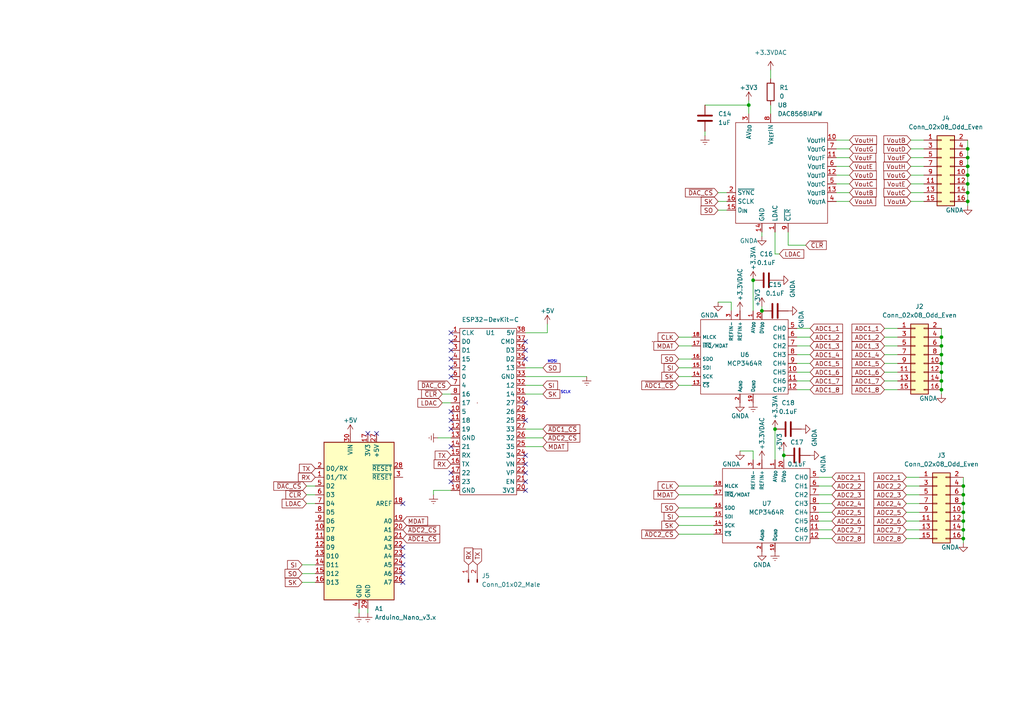
<source format=kicad_sch>
(kicad_sch (version 20211123) (generator eeschema)
  (paper "A4")
  (lib_symbols
    (symbol "Connector:Conn_01x02_Male" (pin_names (offset 1.016) hide)
      (property "Reference" "J" (at 0 2.54 0))
      (property "Value" "Conn_01x02_Male" (at 0 -5.08 0))
      (symbol "Conn_01x02_Male_1_1"
        (polyline (pts (xy 1.27 -2.54) (xy 0.8636 -2.54)) (stroke (width 0.1524)))
        (polyline (pts (xy 1.27 0) (xy 0.8636 0)) (stroke (width 0.1524)))
        (rectangle (start 0.8636 -2.413) (end 0 -2.667) (stroke (width 0.1524)) (fill (type outline)))
        (rectangle (start 0.8636 0.127) (end 0 -0.127) (stroke (width 0.1524)) (fill (type outline)))
        (pin passive line (at 5.08 0 180) (length 3.81) (name "Pin_1") (number "1"))
        (pin passive line (at 5.08 -2.54 180) (length 3.81) (name "Pin_2") (number "2"))
      )
    )
    (symbol "Connector_Generic:Conn_02x08_Odd_Even" (pin_names (offset 1.016) hide)
      (property "Reference" "J" (at 1.27 10.16 0))
      (property "Value" "Conn_02x08_Odd_Even" (at 1.27 -12.7 0))
      (symbol "Conn_02x08_Odd_Even_1_1"
        (rectangle (start -1.27 -10.033) (end 0 -10.287) (stroke (width 0.1524)))
        (rectangle (start -1.27 -7.493) (end 0 -7.747) (stroke (width 0.1524)))
        (rectangle (start -1.27 -4.953) (end 0 -5.207) (stroke (width 0.1524)))
        (rectangle (start -1.27 -2.413) (end 0 -2.667) (stroke (width 0.1524)))
        (rectangle (start -1.27 0.127) (end 0 -0.127) (stroke (width 0.1524)))
        (rectangle (start -1.27 2.667) (end 0 2.413) (stroke (width 0.1524)))
        (rectangle (start -1.27 5.207) (end 0 4.953) (stroke (width 0.1524)))
        (rectangle (start -1.27 7.747) (end 0 7.493) (stroke (width 0.1524)))
        (rectangle (start -1.27 8.89) (end 3.81 -11.43) (stroke (width 0.254)) (fill (type background)))
        (rectangle (start 3.81 -10.033) (end 2.54 -10.287) (stroke (width 0.1524)))
        (rectangle (start 3.81 -7.493) (end 2.54 -7.747) (stroke (width 0.1524)))
        (rectangle (start 3.81 -4.953) (end 2.54 -5.207) (stroke (width 0.1524)))
        (rectangle (start 3.81 -2.413) (end 2.54 -2.667) (stroke (width 0.1524)))
        (rectangle (start 3.81 0.127) (end 2.54 -0.127) (stroke (width 0.1524)))
        (rectangle (start 3.81 2.667) (end 2.54 2.413) (stroke (width 0.1524)))
        (rectangle (start 3.81 5.207) (end 2.54 4.953) (stroke (width 0.1524)))
        (rectangle (start 3.81 7.747) (end 2.54 7.493) (stroke (width 0.1524)))
        (pin passive line (at -5.08 7.62 0) (length 3.81) (name "Pin_1") (number "1"))
        (pin passive line (at 7.62 -2.54 180) (length 3.81) (name "Pin_10") (number "10"))
        (pin passive line (at -5.08 -5.08 0) (length 3.81) (name "Pin_11") (number "11"))
        (pin passive line (at 7.62 -5.08 180) (length 3.81) (name "Pin_12") (number "12"))
        (pin passive line (at -5.08 -7.62 0) (length 3.81) (name "Pin_13") (number "13"))
        (pin passive line (at 7.62 -7.62 180) (length 3.81) (name "Pin_14") (number "14"))
        (pin passive line (at -5.08 -10.16 0) (length 3.81) (name "Pin_15") (number "15"))
        (pin passive line (at 7.62 -10.16 180) (length 3.81) (name "Pin_16") (number "16"))
        (pin passive line (at 7.62 7.62 180) (length 3.81) (name "Pin_2") (number "2"))
        (pin passive line (at -5.08 5.08 0) (length 3.81) (name "Pin_3") (number "3"))
        (pin passive line (at 7.62 5.08 180) (length 3.81) (name "Pin_4") (number "4"))
        (pin passive line (at -5.08 2.54 0) (length 3.81) (name "Pin_5") (number "5"))
        (pin passive line (at 7.62 2.54 180) (length 3.81) (name "Pin_6") (number "6"))
        (pin passive line (at -5.08 0 0) (length 3.81) (name "Pin_7") (number "7"))
        (pin passive line (at 7.62 0 180) (length 3.81) (name "Pin_8") (number "8"))
        (pin passive line (at -5.08 -2.54 0) (length 3.81) (name "Pin_9") (number "9"))
      )
    )
    (symbol "Device:C" (pin_numbers hide) (pin_names (offset 0.254))
      (property "Reference" "C" (at 0.635 2.54 0))
      (property "Value" "C" (at 0.635 -2.54 0))
      (symbol "C_0_1"
        (polyline (pts (xy -2.032 -0.762) (xy 2.032 -0.762)) (stroke (width 0.508)))
        (polyline (pts (xy -2.032 0.762) (xy 2.032 0.762)) (stroke (width 0.508)))
      )
      (symbol "C_1_1"
        (pin passive line (at 0 3.81 270) (length 2.794) (name "~") (number "1"))
        (pin passive line (at 0 -3.81 90) (length 2.794) (name "~") (number "2"))
      )
    )
    (symbol "Device:R" (pin_numbers hide) (pin_names (offset 0))
      (property "Reference" "R" (at 2.032 0 90))
      (property "Value" "R" (at 0 0 90))
      (symbol "R_0_1"
        (rectangle (start -1.016 -2.54) (end 1.016 2.54) (stroke (width 0.254)))
      )
      (symbol "R_1_1"
        (pin passive line (at 0 3.81 270) (length 1.27) (name "~") (number "1"))
        (pin passive line (at 0 -3.81 90) (length 1.27) (name "~") (number "2"))
      )
    )
    (symbol "MCU_Module:Arduino_Nano_v3.x"
      (property "Reference" "A" (at -10.16 23.495 0))
      (property "Value" "Arduino_Nano_v3.x" (at 5.08 -24.13 0))
      (symbol "Arduino_Nano_v3.x_0_1"
        (rectangle (start -10.16 22.86) (end 10.16 -22.86) (stroke (width 0.254)) (fill (type background)))
      )
      (symbol "Arduino_Nano_v3.x_1_1"
        (pin bidirectional line (at -12.7 12.7 0) (length 2.54) (name "D1/TX") (number "1"))
        (pin bidirectional line (at -12.7 -2.54 0) (length 2.54) (name "D7") (number "10"))
        (pin bidirectional line (at -12.7 -5.08 0) (length 2.54) (name "D8") (number "11"))
        (pin bidirectional line (at -12.7 -7.62 0) (length 2.54) (name "D9") (number "12"))
        (pin bidirectional line (at -12.7 -10.16 0) (length 2.54) (name "D10") (number "13"))
        (pin bidirectional line (at -12.7 -12.7 0) (length 2.54) (name "D11") (number "14"))
        (pin bidirectional line (at -12.7 -15.24 0) (length 2.54) (name "D12") (number "15"))
        (pin bidirectional line (at -12.7 -17.78 0) (length 2.54) (name "D13") (number "16"))
        (pin power_out line (at 2.54 25.4 270) (length 2.54) (name "3V3") (number "17"))
        (pin input line (at 12.7 5.08 180) (length 2.54) (name "AREF") (number "18"))
        (pin bidirectional line (at 12.7 0 180) (length 2.54) (name "A0") (number "19"))
        (pin bidirectional line (at -12.7 15.24 0) (length 2.54) (name "D0/RX") (number "2"))
        (pin bidirectional line (at 12.7 -2.54 180) (length 2.54) (name "A1") (number "20"))
        (pin bidirectional line (at 12.7 -5.08 180) (length 2.54) (name "A2") (number "21"))
        (pin bidirectional line (at 12.7 -7.62 180) (length 2.54) (name "A3") (number "22"))
        (pin bidirectional line (at 12.7 -10.16 180) (length 2.54) (name "A4") (number "23"))
        (pin bidirectional line (at 12.7 -12.7 180) (length 2.54) (name "A5") (number "24"))
        (pin bidirectional line (at 12.7 -15.24 180) (length 2.54) (name "A6") (number "25"))
        (pin bidirectional line (at 12.7 -17.78 180) (length 2.54) (name "A7") (number "26"))
        (pin power_out line (at 5.08 25.4 270) (length 2.54) (name "+5V") (number "27"))
        (pin input line (at 12.7 15.24 180) (length 2.54) (name "~{RESET}") (number "28"))
        (pin power_in line (at 2.54 -25.4 90) (length 2.54) (name "GND") (number "29"))
        (pin input line (at 12.7 12.7 180) (length 2.54) (name "~{RESET}") (number "3"))
        (pin power_in line (at -2.54 25.4 270) (length 2.54) (name "VIN") (number "30"))
        (pin power_in line (at 0 -25.4 90) (length 2.54) (name "GND") (number "4"))
        (pin bidirectional line (at -12.7 10.16 0) (length 2.54) (name "D2") (number "5"))
        (pin bidirectional line (at -12.7 7.62 0) (length 2.54) (name "D3") (number "6"))
        (pin bidirectional line (at -12.7 5.08 0) (length 2.54) (name "D4") (number "7"))
        (pin bidirectional line (at -12.7 2.54 0) (length 2.54) (name "D5") (number "8"))
        (pin bidirectional line (at -12.7 0 0) (length 2.54) (name "D6") (number "9"))
      )
    )
    (symbol "design:DAC8568IAPW"
      (property "Reference" "U?" (at 2.54 16.51 0))
      (property "Value" "DAC8568IAPW" (at -2.54 3.81 0))
      (symbol "DAC8568IAPW_0_1"
        (rectangle (start -12.7 15.24) (end 13.97 -13.97))
      )
      (symbol "DAC8568IAPW_1_1"
        (pin input line (at -1.27 -16.51 90) (length 2.54) (name "LDAC") (number "1"))
        (pin output line (at 16.51 10.16 180) (length 2.54) (name "V_{OUT}H") (number "10"))
        (pin output line (at 16.51 5.08 180) (length 2.54) (name "V_{OUT}F") (number "11"))
        (pin output line (at 16.51 0 180) (length 2.54) (name "V_{OUT}D") (number "12"))
        (pin output line (at 16.51 -5.08 180) (length 2.54) (name "V_{OUT}B") (number "13"))
        (pin input line (at -5.08 -16.51 90) (length 2.54) (name "GND") (number "14"))
        (pin input line (at -15.24 -10.16 0) (length 2.54) (name "D_{IN}") (number "15"))
        (pin input line (at -15.24 -7.62 0) (length 2.54) (name "SCLK") (number "16"))
        (pin input line (at -15.24 -5.08 0) (length 2.54) (name "~{SYNC}") (number "2"))
        (pin input line (at -8.89 17.78 270) (length 2.54) (name "AV_{DD}") (number "3"))
        (pin output line (at 16.51 -7.62 180) (length 2.54) (name "V_{OUT}A") (number "4"))
        (pin output line (at 16.51 -2.54 180) (length 2.54) (name "V_{OUT}C") (number "5"))
        (pin output line (at 16.51 2.54 180) (length 2.54) (name "V_{OUT}E") (number "6"))
        (pin output line (at 16.51 7.62 180) (length 2.54) (name "V_{OUT}G") (number "7"))
        (pin input line (at -2.54 17.78 270) (length 2.54) (name "V_{REF}IN") (number "8"))
        (pin input line (at 2.54 -16.51 90) (length 2.54) (name "~{CLR}") (number "9"))
      )
    )
    (symbol "design:ESP32-DevKit-C"
      (property "Reference" "U?" (at -3.81 27.94 0))
      (property "Value" "ESP32-DevKit-C" (at -3.81 12.7 90))
      (symbol "ESP32-DevKit-C_0_1"
        (rectangle (start -12.7 16.51) (end -12.7 16.51))
        (rectangle (start -12.7 16.51) (end -12.7 16.51))
        (rectangle (start -12.7 16.51) (end -12.7 16.51))
        (rectangle (start -12.7 16.51) (end -12.7 16.51))
        (rectangle (start -12.7 16.51) (end -12.7 16.51))
        (rectangle (start -12.7 16.51) (end -12.7 16.51))
        (rectangle (start -12.7 16.51) (end -12.7 16.51))
        (rectangle (start -12.7 16.51) (end -12.7 16.51))
        (arc (start -12.7 16.51) (mid -12.7 16.51) (end -12.7 16.51))
        (rectangle (start -11.43 26.67) (end 5.08 -21.59))
        (rectangle (start -6.35 5.08) (end -6.35 5.08))
        (rectangle (start -6.35 5.08) (end -6.35 5.08))
        (rectangle (start -6.35 5.08) (end -6.35 5.08))
        (rectangle (start -6.35 5.08) (end -6.35 5.08))
        (rectangle (start -6.35 5.08) (end -6.35 5.08))
        (rectangle (start -6.35 5.08) (end -6.35 5.08))
        (rectangle (start -6.35 5.08) (end -6.35 5.08))
        (rectangle (start -6.35 5.08) (end -6.35 5.08))
        (rectangle (start -6.35 5.08) (end -6.35 5.08))
        (polyline (pts (xy -12.7 16.51) (xy -12.7 16.51)))
        (rectangle (start 44.45 22.86) (end 44.45 22.86))
        (rectangle (start 44.45 22.86) (end 44.45 22.86))
        (rectangle (start 44.45 22.86) (end 44.45 22.86))
        (rectangle (start 44.45 22.86) (end 44.45 22.86))
        (rectangle (start 44.45 22.86) (end 44.45 22.86))
      )
      (symbol "ESP32-DevKit-C_1_1"
        (pin input line (at -13.97 25.4 0) (length 2.54) (name "CLK") (number "1"))
        (pin input line (at -13.97 2.54 0) (length 2.54) (name "5") (number "10"))
        (pin input line (at -13.97 0 0) (length 2.54) (name "18") (number "11"))
        (pin input line (at -13.97 -2.54 0) (length 2.54) (name "19") (number "12"))
        (pin input line (at -13.97 -5.08 0) (length 2.54) (name "GND") (number "13"))
        (pin input line (at -13.97 -7.62 0) (length 2.54) (name "21") (number "14"))
        (pin input line (at -13.97 -10.16 0) (length 2.54) (name "RX") (number "15"))
        (pin input line (at -13.97 -12.7 0) (length 2.54) (name "TX") (number "16"))
        (pin input line (at -13.97 -15.24 0) (length 2.54) (name "22") (number "17"))
        (pin input line (at -13.97 -17.78 0) (length 2.54) (name "23") (number "18"))
        (pin input line (at -13.97 -20.32 0) (length 2.54) (name "GND") (number "19"))
        (pin input line (at -13.97 22.86 0) (length 2.54) (name "D0") (number "2"))
        (pin input line (at 7.62 -20.32 180) (length 2.54) (name "3V3") (number "20"))
        (pin input line (at 7.62 -17.78 180) (length 2.54) (name "EN") (number "21"))
        (pin input line (at 7.62 -15.24 180) (length 2.54) (name "VP") (number "22"))
        (pin input line (at 7.62 -12.7 180) (length 2.54) (name "VN") (number "23"))
        (pin input line (at 7.62 -10.16 180) (length 2.54) (name "34") (number "24"))
        (pin input line (at 7.62 -7.62 180) (length 2.54) (name "35") (number "25"))
        (pin input line (at 7.62 -5.08 180) (length 2.54) (name "32") (number "26"))
        (pin input line (at 7.62 -2.54 180) (length 2.54) (name "33") (number "27"))
        (pin input line (at 7.62 0 180) (length 2.54) (name "25") (number "28"))
        (pin input line (at 7.62 2.54 180) (length 2.54) (name "26") (number "29"))
        (pin input line (at -13.97 20.32 0) (length 2.54) (name "D1") (number "3"))
        (pin input line (at 7.62 5.08 180) (length 2.54) (name "27") (number "30"))
        (pin input line (at 7.62 7.62 180) (length 2.54) (name "14") (number "31"))
        (pin input line (at 7.62 10.16 180) (length 2.54) (name "12") (number "32"))
        (pin input line (at 7.62 12.7 180) (length 2.54) (name "GND") (number "33"))
        (pin input line (at 7.62 15.24 180) (length 2.54) (name "13") (number "34"))
        (pin input line (at 7.62 17.78 180) (length 2.54) (name "D2") (number "35"))
        (pin input line (at 7.62 20.32 180) (length 2.54) (name "D3") (number "36"))
        (pin input line (at 7.62 22.86 180) (length 2.54) (name "CMD") (number "37"))
        (pin input line (at 7.62 25.4 180) (length 2.54) (name "5V") (number "38"))
        (pin input line (at -13.97 17.78 0) (length 2.54) (name "15") (number "4"))
        (pin input line (at -13.97 15.24 0) (length 2.54) (name "2") (number "5"))
        (pin input line (at -13.97 12.7 0) (length 2.54) (name "0") (number "6"))
        (pin input line (at -13.97 10.16 0) (length 2.54) (name "4") (number "7"))
        (pin input line (at -13.97 7.62 0) (length 2.54) (name "16") (number "8"))
        (pin input line (at -13.97 5.08 0) (length 2.54) (name "17") (number "9"))
      )
    )
    (symbol "design:MCP3464R"
      (property "Reference" "U?" (at 0 -1.27 0))
      (property "Value" "MCP3464R" (at 0 1.27 0))
      (symbol "MCP3464R_0_1"
        (rectangle (start -12.7 11.43) (end 12.7 -10.16))
      )
      (symbol "MCP3464R_1_1"
        (pin input line (at 2.54 13.97 270) (length 2.54) (name "AV_{DD}") (number "1"))
        (pin input line (at 15.24 -3.81 180) (length 2.54) (name "CH5") (number "10"))
        (pin input line (at 15.24 -6.35 180) (length 2.54) (name "CH6") (number "11"))
        (pin input line (at 15.24 -8.89 180) (length 2.54) (name "CH7") (number "12"))
        (pin input line (at -15.24 -7.62 0) (length 2.54) (name "~{CS}") (number "13"))
        (pin input line (at -15.24 -5.08 0) (length 2.54) (name "SCK") (number "14"))
        (pin input line (at -15.24 -2.54 0) (length 2.54) (name "SDI") (number "15"))
        (pin input line (at -15.24 0 0) (length 2.54) (name "SDO") (number "16"))
        (pin input line (at -15.24 3.81 0) (length 2.54) (name "~{IRQ}/MDAT") (number "17"))
        (pin input line (at -15.24 6.35 0) (length 2.54) (name "MLCK") (number "18"))
        (pin input line (at 2.54 -12.7 90) (length 2.54) (name "D_{GND}") (number "19"))
        (pin input line (at -1.27 -12.7 90) (length 2.54) (name "A_{GND}") (number "2"))
        (pin input line (at 5.08 13.97 270) (length 2.54) (name "DV_{DD}") (number "20"))
        (pin input line (at -3.81 13.97 270) (length 2.54) (name "REFIN-") (number "3"))
        (pin input line (at -1.27 13.97 270) (length 2.54) (name "REFIN+") (number "4"))
        (pin input line (at 15.24 8.89 180) (length 2.54) (name "CH0") (number "5"))
        (pin input line (at 15.24 6.35 180) (length 2.54) (name "CH1") (number "6"))
        (pin input line (at 15.24 3.81 180) (length 2.54) (name "CH2") (number "7"))
        (pin input line (at 15.24 1.27 180) (length 2.54) (name "CH3") (number "8"))
        (pin input line (at 15.24 -1.27 180) (length 2.54) (name "CH4") (number "9"))
      )
    )
    (symbol "power:+3.3V" (power) (pin_names (offset 0))
      (property "Value" "+3.3V" (at 0 3.556 0))
      (symbol "+3.3V_0_1"
        (polyline (pts (xy -0.762 1.27) (xy 0 2.54)))
        (polyline (pts (xy 0 0) (xy 0 2.54)))
        (polyline (pts (xy 0 2.54) (xy 0.762 1.27)))
      )
      (symbol "+3.3V_1_1"
        (pin power_in line (at 0 0 90) (length 0) hide (name "+3V3") (number "1"))
      )
    )
    (symbol "power:+3.3VA" (power) (pin_names (offset 0))
      (property "Value" "+3.3VA" (at 0 3.556 0))
      (symbol "+3.3VA_0_1"
        (polyline (pts (xy -0.762 1.27) (xy 0 2.54)))
        (polyline (pts (xy 0 0) (xy 0 2.54)))
        (polyline (pts (xy 0 2.54) (xy 0.762 1.27)))
      )
      (symbol "+3.3VA_1_1"
        (pin power_in line (at 0 0 90) (length 0) hide (name "+3.3VA") (number "1"))
      )
    )
    (symbol "power:+3.3VDAC" (power) (pin_names (offset 0))
      (property "Value" "+3.3VDAC" (at 0 2.54 0))
      (symbol "+3.3VDAC_0_0"
        (pin power_in line (at 0 0 90) (length 0) hide (name "+3.3VDAC") (number "1"))
      )
      (symbol "+3.3VDAC_0_1"
        (polyline (pts (xy -0.762 1.27) (xy 0 2.54)))
        (polyline (pts (xy 0 0) (xy 0 2.54)))
        (polyline (pts (xy 0 2.54) (xy 0.762 1.27)))
      )
    )
    (symbol "power:+5V" (power) (pin_names (offset 0))
      (property "Value" "+5V" (at 0 3.556 0))
      (symbol "+5V_0_1"
        (polyline (pts (xy -0.762 1.27) (xy 0 2.54)))
        (polyline (pts (xy 0 0) (xy 0 2.54)))
        (polyline (pts (xy 0 2.54) (xy 0.762 1.27)))
      )
      (symbol "+5V_1_1"
        (pin power_in line (at 0 0 90) (length 0) hide (name "+5V") (number "1"))
      )
    )
    (symbol "power:Earth" (power) (pin_names (offset 0))
      (symbol "Earth_0_1"
        (polyline (pts (xy -0.635 -1.905) (xy 0.635 -1.905)))
        (polyline (pts (xy -0.127 -2.54) (xy 0.127 -2.54)))
        (polyline (pts (xy 0 -1.27) (xy 0 0)))
        (polyline (pts (xy 1.27 -1.27) (xy -1.27 -1.27)))
      )
      (symbol "Earth_1_1"
        (pin power_in line (at 0 0 270) (length 0) hide (name "Earth") (number "1"))
      )
    )
    (symbol "power:GNDA" (power) (pin_names (offset 0))
      (property "Value" "GNDA" (at 0 -3.81 0))
      (symbol "GNDA_0_1"
        (polyline (pts (xy 0 0) (xy 0 -1.27) (xy 1.27 -1.27) (xy 0 -2.54) (xy -1.27 -1.27) (xy 0 -1.27)))
      )
      (symbol "GNDA_1_1"
        (pin power_in line (at 0 0 270) (length 0) hide (name "GNDA") (number "1"))
      )
    )
  )
  (junction (at 227.33 132.08))
  (junction (at 224.79 124.46))
  (junction (at 280.67 55.88))
  (junction (at 280.67 43.18))
  (junction (at 279.4 146.05))
  (junction (at 217.17 30.48))
  (junction (at 280.67 50.8))
  (junction (at 280.67 48.26))
  (junction (at 273.05 97.79))
  (junction (at 279.4 151.13))
  (junction (at 279.4 140.97))
  (junction (at 280.67 53.34))
  (junction (at 273.05 100.33))
  (junction (at 279.4 156.21))
  (junction (at 273.05 107.95))
  (junction (at 220.98 90.17))
  (junction (at 279.4 153.67))
  (junction (at 273.05 113.03))
  (junction (at 273.05 110.49))
  (junction (at 280.67 58.42))
  (junction (at 273.05 105.41))
  (junction (at 280.67 45.72))
  (junction (at 273.05 102.87))
  (junction (at 279.4 143.51))
  (junction (at 218.44 81.28))
  (junction (at 279.4 148.59))
  (no_connect (at 116.84 146.05))
  (no_connect (at 109.22 125.73))
  (no_connect (at 106.68 125.73))
  (no_connect (at 116.84 158.75))
  (no_connect (at 130.81 96.52))
  (no_connect (at 130.81 101.6))
  (no_connect (at 130.81 137.16))
  (no_connect (at 130.81 139.7))
  (no_connect (at 152.4 139.7))
  (no_connect (at 152.4 137.16))
  (no_connect (at 130.81 124.46))
  (no_connect (at 130.81 119.38))
  (no_connect (at 130.81 129.54))
  (no_connect (at 130.81 121.92))
  (no_connect (at 130.81 106.68))
  (no_connect (at 130.81 109.22))
  (no_connect (at 130.81 99.06))
  (no_connect (at 130.81 104.14))
  (no_connect (at 116.84 161.29))
  (no_connect (at 116.84 166.37))
  (no_connect (at 152.4 99.06))
  (no_connect (at 152.4 101.6))
  (no_connect (at 152.4 104.14))
  (no_connect (at 116.84 168.91))
  (no_connect (at 152.4 132.08))
  (no_connect (at 152.4 134.62))
  (no_connect (at 152.4 121.92))
  (no_connect (at 152.4 142.24))
  (no_connect (at 152.4 116.84))
  (no_connect (at 116.84 163.83))
  (wire (pts (xy 260.35 95.25) (xy 256.54 95.25)))
  (wire (pts (xy 280.67 58.42) (xy 280.67 59.69)))
  (wire (pts (xy 223.52 30.48) (xy 223.52 33.02)))
  (wire (pts (xy 196.85 149.86) (xy 207.01 149.86)))
  (wire (pts (xy 125.73 142.24) (xy 125.73 143.51)))
  (wire (pts (xy 231.14 100.33) (xy 234.95 100.33)))
  (wire (pts (xy 273.05 113.03) (xy 273.05 114.3)))
  (wire (pts (xy 231.14 113.03) (xy 234.95 113.03)))
  (wire (pts (xy 237.49 151.13) (xy 241.3 151.13)))
  (wire (pts (xy 266.7 140.97) (xy 262.89 140.97)))
  (wire (pts (xy 266.7 156.21) (xy 262.89 156.21)))
  (wire (pts (xy 242.57 40.64) (xy 246.38 40.64)))
  (wire (pts (xy 212.09 90.17) (xy 212.09 87.63)))
  (wire (pts (xy 237.49 146.05) (xy 241.3 146.05)))
  (wire (pts (xy 266.7 148.59) (xy 262.89 148.59)))
  (wire (pts (xy 104.14 176.53) (xy 104.14 177.8)))
  (wire (pts (xy 273.05 97.79) (xy 273.05 100.33)))
  (wire (pts (xy 267.97 53.34) (xy 264.16 53.34)))
  (wire (pts (xy 260.35 97.79) (xy 256.54 97.79)))
  (wire (pts (xy 266.7 143.51) (xy 262.89 143.51)))
  (wire (pts (xy 273.05 105.41) (xy 273.05 107.95)))
  (wire (pts (xy 158.75 96.52) (xy 158.75 93.98)))
  (wire (pts (xy 196.85 97.79) (xy 200.66 97.79)))
  (wire (pts (xy 242.57 43.18) (xy 246.38 43.18)))
  (wire (pts (xy 273.05 100.33) (xy 273.05 102.87)))
  (wire (pts (xy 231.14 95.25) (xy 234.95 95.25)))
  (wire (pts (xy 279.4 138.43) (xy 279.4 140.97)))
  (wire (pts (xy 152.4 129.54) (xy 157.48 129.54)))
  (wire (pts (xy 266.7 146.05) (xy 262.89 146.05)))
  (wire (pts (xy 204.47 38.1) (xy 204.47 39.37)))
  (wire (pts (xy 280.67 40.64) (xy 280.67 43.18)))
  (wire (pts (xy 273.05 102.87) (xy 273.05 105.41)))
  (wire (pts (xy 279.4 153.67) (xy 279.4 156.21)))
  (wire (pts (xy 267.97 43.18) (xy 264.16 43.18)))
  (wire (pts (xy 260.35 100.33) (xy 256.54 100.33)))
  (wire (pts (xy 267.97 40.64) (xy 264.16 40.64)))
  (wire (pts (xy 208.28 87.63) (xy 212.09 87.63)))
  (wire (pts (xy 260.35 113.03) (xy 256.54 113.03)))
  (wire (pts (xy 227.33 132.08) (xy 227.33 133.35)))
  (wire (pts (xy 280.67 55.88) (xy 280.67 58.42)))
  (wire (pts (xy 152.4 124.46) (xy 157.48 124.46)))
  (wire (pts (xy 130.81 142.24) (xy 125.73 142.24)))
  (wire (pts (xy 266.7 153.67) (xy 262.89 153.67)))
  (wire (pts (xy 260.35 107.95) (xy 256.54 107.95)))
  (wire (pts (xy 128.27 114.3) (xy 130.81 114.3)))
  (wire (pts (xy 196.85 104.14) (xy 200.66 104.14)))
  (wire (pts (xy 280.67 53.34) (xy 280.67 55.88)))
  (wire (pts (xy 223.52 20.32) (xy 223.52 22.86)))
  (wire (pts (xy 128.27 116.84) (xy 130.81 116.84)))
  (wire (pts (xy 196.85 100.33) (xy 200.66 100.33)))
  (wire (pts (xy 267.97 50.8) (xy 264.16 50.8)))
  (wire (pts (xy 237.49 156.21) (xy 241.3 156.21)))
  (wire (pts (xy 237.49 153.67) (xy 241.3 153.67)))
  (wire (pts (xy 220.98 88.9) (xy 220.98 90.17)))
  (wire (pts (xy 279.4 151.13) (xy 279.4 153.67)))
  (wire (pts (xy 217.17 30.48) (xy 217.17 33.02)))
  (wire (pts (xy 196.85 152.4) (xy 207.01 152.4)))
  (wire (pts (xy 267.97 48.26) (xy 264.16 48.26)))
  (wire (pts (xy 279.4 146.05) (xy 279.4 148.59)))
  (wire (pts (xy 231.14 110.49) (xy 234.95 110.49)))
  (wire (pts (xy 152.4 109.22) (xy 170.18 109.22)))
  (wire (pts (xy 106.68 176.53) (xy 106.68 177.8)))
  (wire (pts (xy 196.85 147.32) (xy 207.01 147.32)))
  (wire (pts (xy 227.33 130.81) (xy 227.33 132.08)))
  (wire (pts (xy 88.9 146.05) (xy 91.44 146.05)))
  (wire (pts (xy 242.57 50.8) (xy 246.38 50.8)))
  (wire (pts (xy 242.57 53.34) (xy 246.38 53.34)))
  (wire (pts (xy 228.6 71.12) (xy 228.6 67.31)))
  (wire (pts (xy 237.49 148.59) (xy 241.3 148.59)))
  (wire (pts (xy 260.35 110.49) (xy 256.54 110.49)))
  (wire (pts (xy 208.28 58.42) (xy 210.82 58.42)))
  (wire (pts (xy 218.44 81.28) (xy 218.44 90.17)))
  (wire (pts (xy 231.14 107.95) (xy 234.95 107.95)))
  (wire (pts (xy 280.67 50.8) (xy 280.67 53.34)))
  (wire (pts (xy 204.47 30.48) (xy 217.17 30.48)))
  (wire (pts (xy 280.67 48.26) (xy 280.67 50.8)))
  (wire (pts (xy 231.14 102.87) (xy 234.95 102.87)))
  (wire (pts (xy 267.97 55.88) (xy 264.16 55.88)))
  (wire (pts (xy 87.63 163.83) (xy 91.44 163.83)))
  (wire (pts (xy 233.68 71.12) (xy 228.6 71.12)))
  (wire (pts (xy 217.17 29.21) (xy 217.17 30.48)))
  (wire (pts (xy 242.57 45.72) (xy 246.38 45.72)))
  (wire (pts (xy 231.14 97.79) (xy 234.95 97.79)))
  (wire (pts (xy 214.63 130.81) (xy 218.44 130.81)))
  (wire (pts (xy 152.4 106.68) (xy 157.48 106.68)))
  (wire (pts (xy 152.4 114.3) (xy 157.48 114.3)))
  (wire (pts (xy 280.67 43.18) (xy 280.67 45.72)))
  (wire (pts (xy 260.35 105.41) (xy 256.54 105.41)))
  (wire (pts (xy 242.57 58.42) (xy 246.38 58.42)))
  (wire (pts (xy 237.49 143.51) (xy 241.3 143.51)))
  (wire (pts (xy 279.4 148.59) (xy 279.4 151.13)))
  (wire (pts (xy 87.63 166.37) (xy 91.44 166.37)))
  (wire (pts (xy 127 127) (xy 130.81 127)))
  (wire (pts (xy 279.4 156.21) (xy 279.4 157.48)))
  (wire (pts (xy 208.28 55.88) (xy 210.82 55.88)))
  (wire (pts (xy 152.4 127) (xy 157.48 127)))
  (wire (pts (xy 279.4 143.51) (xy 279.4 146.05)))
  (wire (pts (xy 152.4 96.52) (xy 158.75 96.52)))
  (wire (pts (xy 273.05 95.25) (xy 273.05 97.79)))
  (wire (pts (xy 196.85 109.22) (xy 200.66 109.22)))
  (wire (pts (xy 267.97 58.42) (xy 264.16 58.42)))
  (wire (pts (xy 87.63 168.91) (xy 91.44 168.91)))
  (wire (pts (xy 237.49 138.43) (xy 241.3 138.43)))
  (wire (pts (xy 208.28 60.96) (xy 210.82 60.96)))
  (wire (pts (xy 273.05 110.49) (xy 273.05 113.03)))
  (wire (pts (xy 196.85 111.76) (xy 200.66 111.76)))
  (wire (pts (xy 220.98 67.31) (xy 220.98 68.58)))
  (wire (pts (xy 196.85 106.68) (xy 200.66 106.68)))
  (wire (pts (xy 242.57 48.26) (xy 246.38 48.26)))
  (wire (pts (xy 267.97 45.72) (xy 264.16 45.72)))
  (wire (pts (xy 279.4 140.97) (xy 279.4 143.51)))
  (wire (pts (xy 280.67 45.72) (xy 280.67 48.26)))
  (wire (pts (xy 196.85 140.97) (xy 207.01 140.97)))
  (wire (pts (xy 218.44 133.35) (xy 218.44 130.81)))
  (wire (pts (xy 266.7 151.13) (xy 262.89 151.13)))
  (wire (pts (xy 224.79 124.46) (xy 224.79 133.35)))
  (wire (pts (xy 224.79 73.66) (xy 226.06 73.66)))
  (wire (pts (xy 237.49 140.97) (xy 241.3 140.97)))
  (wire (pts (xy 152.4 111.76) (xy 157.48 111.76)))
  (wire (pts (xy 242.57 55.88) (xy 246.38 55.88)))
  (wire (pts (xy 273.05 107.95) (xy 273.05 110.49)))
  (wire (pts (xy 196.85 154.94) (xy 207.01 154.94)))
  (wire (pts (xy 231.14 105.41) (xy 234.95 105.41)))
  (wire (pts (xy 88.9 140.97) (xy 91.44 140.97)))
  (wire (pts (xy 266.7 138.43) (xy 262.89 138.43)))
  (wire (pts (xy 196.85 143.51) (xy 207.01 143.51)))
  (wire (pts (xy 224.79 67.31) (xy 224.79 73.66)))
  (wire (pts (xy 260.35 102.87) (xy 256.54 102.87)))
  (wire (pts (xy 88.9 143.51) (xy 91.44 143.51)))
  (text "SCLK" (at 162.56 114.3 0) (effects (font (size 0.762 0.762)) (justify left bottom)))
  (text "MOSI" (at 158.75 105.41 0) (effects (font (size 0.762 0.762)) (justify left bottom)))
  (global_label "SI" (shape input) (at 87.63 163.83 180) (property "Intersheet References" "${INTERSHEET_REFS}" (effects hide)))
  (global_label "ADC2_7" (shape input) (at 241.3 153.67 0) (property "Intersheet References" "${INTERSHEET_REFS}" (effects hide)))
  (global_label "SO" (shape input) (at 208.28 60.96 180) (property "Intersheet References" "${INTERSHEET_REFS}" (effects hide)))
  (global_label "SK" (shape input) (at 196.85 152.4 180) (property "Intersheet References" "${INTERSHEET_REFS}" (effects hide)))
  (global_label "ADC1_2" (shape input) (at 256.54 97.79 180) (property "Intersheet References" "${INTERSHEET_REFS}" (effects hide)))
  (global_label "~{ADC2_CS}" (shape input) (at 157.48 127 0) (property "Intersheet References" "${INTERSHEET_REFS}" (effects hide)))
  (global_label "VoutG" (shape input) (at 264.16 50.8 180) (property "Intersheet References" "${INTERSHEET_REFS}" (effects hide)))
  (global_label "SI" (shape input) (at 196.85 106.68 180) (property "Intersheet References" "${INTERSHEET_REFS}" (effects hide)))
  (global_label "SK" (shape input) (at 208.28 58.42 180) (property "Intersheet References" "${INTERSHEET_REFS}" (effects hide)))
  (global_label "ADC2_1" (shape input) (at 262.89 138.43 180) (property "Intersheet References" "${INTERSHEET_REFS}" (effects hide)))
  (global_label "SK" (shape input) (at 157.48 114.3 0) (property "Intersheet References" "${INTERSHEET_REFS}" (effects hide)))
  (global_label "ADC1_2" (shape input) (at 234.95 97.79 0) (property "Intersheet References" "${INTERSHEET_REFS}" (effects hide)))
  (global_label "VoutH" (shape input) (at 246.38 40.64 0) (property "Intersheet References" "${INTERSHEET_REFS}" (effects hide)))
  (global_label "ADC1_7" (shape input) (at 234.95 110.49 0) (property "Intersheet References" "${INTERSHEET_REFS}" (effects hide)))
  (global_label "~{DAC_CS}" (shape input) (at 208.28 55.88 180) (property "Intersheet References" "${INTERSHEET_REFS}" (effects hide)))
  (global_label "SO" (shape input) (at 196.85 104.14 180) (property "Intersheet References" "${INTERSHEET_REFS}" (effects hide)))
  (global_label "ADC2_3" (shape input) (at 241.3 143.51 0) (property "Intersheet References" "${INTERSHEET_REFS}" (effects hide)))
  (global_label "ADC1_5" (shape input) (at 256.54 105.41 180) (property "Intersheet References" "${INTERSHEET_REFS}" (effects hide)))
  (global_label "~{ADC2_CS}" (shape input) (at 116.84 153.67 0) (property "Intersheet References" "${INTERSHEET_REFS}" (effects hide)))
  (global_label "ADC2_4" (shape input) (at 241.3 146.05 0) (property "Intersheet References" "${INTERSHEET_REFS}" (effects hide)))
  (global_label "ADC2_7" (shape input) (at 262.89 153.67 180) (property "Intersheet References" "${INTERSHEET_REFS}" (effects hide)))
  (global_label "ADC2_6" (shape input) (at 262.89 151.13 180) (property "Intersheet References" "${INTERSHEET_REFS}" (effects hide)))
  (global_label "ADC1_6" (shape input) (at 234.95 107.95 0) (property "Intersheet References" "${INTERSHEET_REFS}" (effects hide)))
  (global_label "CLK" (shape input) (at 196.85 97.79 180) (property "Intersheet References" "${INTERSHEET_REFS}" (effects hide)))
  (global_label "~{DAC_CS}" (shape input) (at 130.81 111.76 180) (property "Intersheet References" "${INTERSHEET_REFS}" (effects hide)))
  (global_label "~{DAC_CS}" (shape input) (at 88.9 140.97 180) (property "Intersheet References" "${INTERSHEET_REFS}" (effects hide)))
  (global_label "ADC1_8" (shape input) (at 234.95 113.03 0) (property "Intersheet References" "${INTERSHEET_REFS}" (effects hide)))
  (global_label "ADC2_2" (shape input) (at 241.3 140.97 0) (property "Intersheet References" "${INTERSHEET_REFS}" (effects hide)))
  (global_label "RX" (shape input) (at 91.44 138.43 180) (property "Intersheet References" "${INTERSHEET_REFS}" (effects hide)))
  (global_label "MDAT" (shape input) (at 157.48 129.54 0) (property "Intersheet References" "${INTERSHEET_REFS}" (effects hide)))
  (global_label "TX" (shape input) (at 91.44 135.89 180) (property "Intersheet References" "${INTERSHEET_REFS}" (effects hide)))
  (global_label "SK" (shape input) (at 196.85 109.22 180) (property "Intersheet References" "${INTERSHEET_REFS}" (effects hide)))
  (global_label "~{ADC2_CS}" (shape input) (at 196.85 154.94 180) (property "Intersheet References" "${INTERSHEET_REFS}" (effects hide)))
  (global_label "ADC1_1" (shape input) (at 256.54 95.25 180) (property "Intersheet References" "${INTERSHEET_REFS}" (effects hide)))
  (global_label "VoutD" (shape input) (at 246.38 50.8 0) (property "Intersheet References" "${INTERSHEET_REFS}" (effects hide)))
  (global_label "ADC2_5" (shape input) (at 241.3 148.59 0) (property "Intersheet References" "${INTERSHEET_REFS}" (effects hide)))
  (global_label "ADC2_4" (shape input) (at 262.89 146.05 180) (property "Intersheet References" "${INTERSHEET_REFS}" (effects hide)))
  (global_label "VoutF" (shape input) (at 264.16 45.72 180) (property "Intersheet References" "${INTERSHEET_REFS}" (effects hide)))
  (global_label "ADC1_3" (shape input) (at 256.54 100.33 180) (property "Intersheet References" "${INTERSHEET_REFS}" (effects hide)))
  (global_label "MDAT" (shape input) (at 196.85 100.33 180) (property "Intersheet References" "${INTERSHEET_REFS}" (effects hide)))
  (global_label "VoutA" (shape input) (at 246.38 58.42 0) (property "Intersheet References" "${INTERSHEET_REFS}" (effects hide)))
  (global_label "ADC2_8" (shape input) (at 241.3 156.21 0) (property "Intersheet References" "${INTERSHEET_REFS}" (effects hide)))
  (global_label "ADC1_4" (shape input) (at 234.95 102.87 0) (property "Intersheet References" "${INTERSHEET_REFS}" (effects hide)))
  (global_label "~{CLR}" (shape input) (at 88.9 143.51 180) (property "Intersheet References" "${INTERSHEET_REFS}" (effects hide)))
  (global_label "SI" (shape input) (at 196.85 149.86 180) (property "Intersheet References" "${INTERSHEET_REFS}" (effects hide)))
  (global_label "RX" (shape input) (at 130.81 134.62 180) (property "Intersheet References" "${INTERSHEET_REFS}" (effects hide)))
  (global_label "VoutC" (shape input) (at 264.16 55.88 180) (property "Intersheet References" "${INTERSHEET_REFS}" (effects hide)))
  (global_label "ADC1_7" (shape input) (at 256.54 110.49 180) (property "Intersheet References" "${INTERSHEET_REFS}" (effects hide)))
  (global_label "ADC1_8" (shape input) (at 256.54 113.03 180) (property "Intersheet References" "${INTERSHEET_REFS}" (effects hide)))
  (global_label "~{ADC1_CS}" (shape input) (at 196.85 111.76 180) (property "Intersheet References" "${INTERSHEET_REFS}" (effects hide)))
  (global_label "SO" (shape input) (at 157.48 106.68 0) (property "Intersheet References" "${INTERSHEET_REFS}" (effects hide)))
  (global_label "~{ADC1_CS}" (shape input) (at 157.48 124.46 0) (property "Intersheet References" "${INTERSHEET_REFS}" (effects hide)))
  (global_label "~{CLR}" (shape input) (at 233.68 71.12 0) (property "Intersheet References" "${INTERSHEET_REFS}" (effects hide)))
  (global_label "VoutE" (shape input) (at 264.16 53.34 180) (property "Intersheet References" "${INTERSHEET_REFS}" (effects hide)))
  (global_label "VoutG" (shape input) (at 246.38 43.18 0) (property "Intersheet References" "${INTERSHEET_REFS}" (effects hide)))
  (global_label "ADC2_8" (shape input) (at 262.89 156.21 180) (property "Intersheet References" "${INTERSHEET_REFS}" (effects hide)))
  (global_label "CLK" (shape input) (at 196.85 140.97 180) (property "Intersheet References" "${INTERSHEET_REFS}" (effects hide)))
  (global_label "VoutD" (shape input) (at 264.16 43.18 180) (property "Intersheet References" "${INTERSHEET_REFS}" (effects hide)))
  (global_label "MDAT" (shape input) (at 196.85 143.51 180) (property "Intersheet References" "${INTERSHEET_REFS}" (effects hide)))
  (global_label "VoutE" (shape input) (at 246.38 48.26 0) (property "Intersheet References" "${INTERSHEET_REFS}" (effects hide)))
  (global_label "VoutA" (shape input) (at 264.16 58.42 180) (property "Intersheet References" "${INTERSHEET_REFS}" (effects hide)))
  (global_label "ADC1_6" (shape input) (at 256.54 107.95 180) (property "Intersheet References" "${INTERSHEET_REFS}" (effects hide)))
  (global_label "ADC2_3" (shape input) (at 262.89 143.51 180) (property "Intersheet References" "${INTERSHEET_REFS}" (effects hide)))
  (global_label "TX" (shape input) (at 130.81 132.08 180) (property "Intersheet References" "${INTERSHEET_REFS}" (effects hide)))
  (global_label "ADC1_3" (shape input) (at 234.95 100.33 0) (property "Intersheet References" "${INTERSHEET_REFS}" (effects hide)))
  (global_label "ADC2_1" (shape input) (at 241.3 138.43 0) (property "Intersheet References" "${INTERSHEET_REFS}" (effects hide)))
  (global_label "ADC1_1" (shape input) (at 234.95 95.25 0) (property "Intersheet References" "${INTERSHEET_REFS}" (effects hide)))
  (global_label "SK" (shape input) (at 87.63 168.91 180) (property "Intersheet References" "${INTERSHEET_REFS}" (effects hide)))
  (global_label "RX" (shape input) (at 135.89 163.83 90) (property "Intersheet References" "${INTERSHEET_REFS}" (effects hide)))
  (global_label "ADC2_2" (shape input) (at 262.89 140.97 180) (property "Intersheet References" "${INTERSHEET_REFS}" (effects hide)))
  (global_label "ADC2_6" (shape input) (at 241.3 151.13 0) (property "Intersheet References" "${INTERSHEET_REFS}" (effects hide)))
  (global_label "LDAC" (shape input) (at 88.9 146.05 180) (property "Intersheet References" "${INTERSHEET_REFS}" (effects hide)))
  (global_label "LDAC" (shape input) (at 128.27 116.84 180) (property "Intersheet References" "${INTERSHEET_REFS}" (effects hide)))
  (global_label "ADC1_5" (shape input) (at 234.95 105.41 0) (property "Intersheet References" "${INTERSHEET_REFS}" (effects hide)))
  (global_label "SI" (shape input) (at 157.48 111.76 0) (property "Intersheet References" "${INTERSHEET_REFS}" (effects hide)))
  (global_label "SO" (shape input) (at 87.63 166.37 180) (property "Intersheet References" "${INTERSHEET_REFS}" (effects hide)))
  (global_label "ADC2_5" (shape input) (at 262.89 148.59 180) (property "Intersheet References" "${INTERSHEET_REFS}" (effects hide)))
  (global_label "VoutF" (shape input) (at 246.38 45.72 0) (property "Intersheet References" "${INTERSHEET_REFS}" (effects hide)))
  (global_label "SO" (shape input) (at 196.85 147.32 180) (property "Intersheet References" "${INTERSHEET_REFS}" (effects hide)))
  (global_label "VoutB" (shape input) (at 264.16 40.64 180) (property "Intersheet References" "${INTERSHEET_REFS}" (effects hide)))
  (global_label "~{ADC1_CS}" (shape input) (at 116.84 156.21 0) (property "Intersheet References" "${INTERSHEET_REFS}" (effects hide)))
  (global_label "VoutC" (shape input) (at 246.38 53.34 0) (property "Intersheet References" "${INTERSHEET_REFS}" (effects hide)))
  (global_label "MDAT" (shape input) (at 116.84 151.13 0) (property "Intersheet References" "${INTERSHEET_REFS}" (effects hide)))
  (global_label "~{CLR}" (shape input) (at 128.27 114.3 180) (property "Intersheet References" "${INTERSHEET_REFS}" (effects hide)))
  (global_label "LDAC" (shape input) (at 226.06 73.66 0) (property "Intersheet References" "${INTERSHEET_REFS}" (effects hide)))
  (global_label "TX" (shape input) (at 138.43 163.83 90) (property "Intersheet References" "${INTERSHEET_REFS}" (effects hide)))
  (global_label "ADC1_4" (shape input) (at 256.54 102.87 180) (property "Intersheet References" "${INTERSHEET_REFS}" (effects hide)))
  (global_label "VoutB" (shape input) (at 246.38 55.88 0) (property "Intersheet References" "${INTERSHEET_REFS}" (effects hide)))
  (global_label "VoutH" (shape input) (at 264.16 48.26 180) (property "Intersheet References" "${INTERSHEET_REFS}" (effects hide)))
  (symbol (lib_id "power:Earth") (at 218.44 116.84 0) (unit 1)
    (property "Reference" "#PWR039" (effects hide))
    (property "Value" "Earth" (effects hide))
  )
  (symbol (lib_id "power:+3.3VDAC") (at 220.98 133.35 0) (unit 1)
    (property "Reference" "#PWR042" (effects hide))
    (property "Value" "+3.3VDAC" (at 220.98 125.73 90))
  )
  (symbol (lib_id "power:+3.3V") (at 227.33 130.81 0) (unit 1)
    (property "Reference" "#PWR0102" (effects hide))
    (property "Value" "+3.3V" (at 226.06 128.27 90))
  )
  (symbol (lib_id "MCU_Module:Arduino_Nano_v3.x") (at 104.14 151.13 0) (unit 1)
    (property "Reference" "A1" (at 108.6994 176.53 0) (effects (justify left)))
    (property "Value" "Arduino_Nano_v3.x" (at 108.6994 179.07 0) (effects (justify left)))
    (property "Footprint" "Module:Arduino_Nano" (effects hide))
    (property "Datasheet" "http://www.mouser.com/pdfdocs/Gravitech_Arduino_Nano3_0.pdf" (effects hide))
  )
  (symbol (lib_id "power:GNDA") (at 220.98 68.58 0) (unit 1)
    (property "Reference" "#PWR0101" (effects hide))
    (property "Value" "GNDA" (at 217.17 69.85 0))
  )
  (symbol (lib_id "power:+3.3VA") (at 218.44 81.28 0) (unit 1)
    (property "Reference" "#PWR038" (effects hide))
    (property "Value" "+3.3VA" (at 218.44 74.93 90))
  )
  (symbol (lib_id "power:GNDA") (at 226.06 81.28 90) (unit 1)
    (property "Reference" "#PWR0107" (effects hide))
    (property "Value" "GNDA" (at 229.87 83.82 0))
  )
  (symbol (lib_id "power:GNDA") (at 214.63 130.81 0) (unit 1)
    (property "Reference" "#PWR036" (effects hide))
    (property "Value" "GNDA" (at 212.09 134.62 0))
  )
  (symbol (lib_id "power:+3.3VDAC") (at 214.63 90.17 0) (unit 1)
    (property "Reference" "#PWR034" (effects hide))
    (property "Value" "+3.3VDAC" (at 214.63 82.55 90))
  )
  (symbol (lib_id "power:+5V") (at 158.75 93.98 0) (unit 1)
    (property "Reference" "#PWR04" (effects hide))
    (property "Value" "+5V" (at 158.75 90.17 0))
  )
  (symbol (lib_id "power:GNDA") (at 214.63 116.84 0) (unit 1)
    (property "Reference" "#PWR035" (effects hide))
    (property "Value" "GNDA" (at 214.63 120.65 0))
  )
  (symbol (lib_id "power:Earth") (at 170.18 109.22 0) (unit 1)
    (property "Reference" "#PWR05" (effects hide))
    (property "Value" "Earth" (effects hide))
  )
  (symbol (lib_id "power:Earth") (at 106.68 177.8 0) (unit 1)
    (property "Reference" "#PWR0112" (effects hide))
    (property "Value" "Earth" (effects hide))
  )
  (symbol (lib_id "power:+3.3VA") (at 224.79 124.46 0) (unit 1)
    (property "Reference" "#PWR0103" (effects hide))
    (property "Value" "+3.3VA" (at 224.79 118.11 90))
  )
  (symbol (lib_id "power:GNDA") (at 208.28 87.63 0) (unit 1)
    (property "Reference" "#PWR033" (effects hide))
    (property "Value" "GNDA" (at 205.74 91.44 0))
  )
  (symbol (lib_id "power:+5V") (at 101.6 125.73 0) (unit 1)
    (property "Reference" "#PWR0111" (effects hide))
    (property "Value" "+5V" (at 101.6 121.92 0))
  )
  (symbol (lib_id "power:Earth") (at 125.73 143.51 0) (unit 1)
    (property "Reference" "#PWR02" (effects hide))
    (property "Value" "Earth" (effects hide))
  )
  (symbol (lib_id "Connector_Generic:Conn_02x08_Odd_Even") (at 265.43 102.87 0) (unit 1)
    (property "Reference" "J2" (at 266.7 88.9 0))
    (property "Value" "Conn_02x08_Odd_Even" (at 266.7 91.44 0))
    (property "Footprint" "Connector_PinSocket_2.54mm:PinSocket_2x08_P2.54mm_Vertical" (effects hide))
  )
  (symbol (lib_id "power:GNDA") (at 279.4 157.48 0) (unit 1)
    (property "Reference" "#PWR0110" (effects hide))
    (property "Value" "GNDA" (at 275.59 158.75 0))
  )
  (symbol (lib_id "Connector_Generic:Conn_02x08_Odd_Even") (at 273.05 48.26 0) (unit 1)
    (property "Reference" "J4" (at 274.32 34.29 0))
    (property "Value" "Conn_02x08_Odd_Even" (at 274.32 36.83 0))
    (property "Footprint" "Connector_PinSocket_2.54mm:PinSocket_2x08_P2.54mm_Vertical" (effects hide))
  )
  (symbol (lib_id "Device:C") (at 204.47 34.29 0) (unit 1)
    (property "Reference" "C14" (at 208.28 33.0199 0) (effects (justify left)))
    (property "Value" "1uF" (at 208.28 35.5599 0) (effects (justify left)))
    (property "Footprint" "Capacitor_SMD:C_0805_2012Metric_Pad1.18x1.45mm_HandSolder" (effects hide))
  )
  (symbol (lib_id "design:ESP32-DevKit-C") (at 144.78 121.92 0) (unit 1)
    (property "Reference" "U1" (at 142.24 96.52 0))
    (property "Value" "ESP32-DevKit-C" (at 142.24 92.71 0))
    (property "Footprint" "Library:ESP32-devkitC-v4" (effects hide))
  )
  (symbol (lib_id "Connector:Conn_01x02_Male") (at 135.89 168.91 90) (unit 1)
    (property "Reference" "J5" (at 139.7 167.0049 90) (effects (justify right)))
    (property "Value" "Conn_01x02_Male" (at 139.7 169.5449 90) (effects (justify right)))
    (property "Footprint" "Connector_PinSocket_2.54mm:PinSocket_1x02_P2.54mm_Vertical" (effects hide))
  )
  (symbol (lib_id "Device:C") (at 228.6 124.46 90) (unit 1)
    (property "Reference" "C18" (at 228.6 116.84 90))
    (property "Value" "0.1uF" (at 228.6 119.38 90))
    (property "Footprint" "Capacitor_SMD:C_0805_2012Metric_Pad1.18x1.45mm_HandSolder" (effects hide))
  )
  (symbol (lib_id "design:DAC8568IAPW") (at 226.06 50.8 0) (unit 1)
    (property "Reference" "U8" (at 225.5394 30.48 0) (effects (justify left)))
    (property "Value" "DAC8568IAPW" (at 225.5394 33.02 0) (effects (justify left)))
    (property "Footprint" "Package_SO:TSSOP-16-1EP_4.4x5mm_P0.65mm" (effects hide))
  )
  (symbol (lib_id "power:GNDA") (at 234.95 132.08 90) (unit 1)
    (property "Reference" "#PWR0104" (effects hide))
    (property "Value" "GNDA" (at 238.76 134.62 0))
  )
  (symbol (lib_id "power:Earth") (at 224.79 160.02 0) (unit 1)
    (property "Reference" "#PWR046" (effects hide))
    (property "Value" "Earth" (effects hide))
  )
  (symbol (lib_id "power:GNDA") (at 228.6 90.17 90) (unit 1)
    (property "Reference" "#PWR0106" (effects hide))
    (property "Value" "GNDA" (at 232.41 92.71 0))
  )
  (symbol (lib_id "power:+3.3V") (at 220.98 88.9 0) (unit 1)
    (property "Reference" "#PWR041" (effects hide))
    (property "Value" "+3.3V" (at 219.71 86.36 90))
  )
  (symbol (lib_id "design:MCP3464R") (at 222.25 147.32 0) (unit 1)
    (property "Reference" "U7" (at 220.98 146.05 0) (effects (justify left)))
    (property "Value" "MCP3464R" (at 217.17 148.59 0) (effects (justify left)))
    (property "Footprint" "Package_SO:TSSOP-20_4.4x6.5mm_P0.65mm" (effects hide))
  )
  (symbol (lib_id "Device:C") (at 222.25 81.28 90) (unit 1)
    (property "Reference" "C16" (at 222.25 73.66 90))
    (property "Value" "0.1uF" (at 222.25 76.2 90))
    (property "Footprint" "Capacitor_SMD:C_0805_2012Metric_Pad1.18x1.45mm_HandSolder" (effects hide))
  )
  (symbol (lib_id "Device:C") (at 224.79 90.17 90) (unit 1)
    (property "Reference" "C15" (at 224.79 82.55 90))
    (property "Value" "0.1uF" (at 224.79 85.09 90))
    (property "Footprint" "Capacitor_SMD:C_0805_2012Metric_Pad1.18x1.45mm_HandSolder" (effects hide))
  )
  (symbol (lib_id "Device:R") (at 223.52 26.67 0) (unit 1)
    (property "Reference" "R1" (at 226.06 25.3999 0) (effects (justify left)))
    (property "Value" "0" (at 226.06 27.9399 0) (effects (justify left)))
    (property "Footprint" "Resistor_SMD:R_0805_2012Metric_Pad1.20x1.40mm_HandSolder" (effects hide))
  )
  (symbol (lib_id "power:Earth") (at 204.47 39.37 0) (unit 1)
    (property "Reference" "#PWR032" (effects hide))
    (property "Value" "Earth" (effects hide))
  )
  (symbol (lib_id "design:MCP3464R") (at 215.9 104.14 0) (unit 1)
    (property "Reference" "U6" (at 214.63 102.87 0) (effects (justify left)))
    (property "Value" "MCP3464R" (at 210.82 105.41 0) (effects (justify left)))
    (property "Footprint" "Package_SO:TSSOP-20_4.4x6.5mm_P0.65mm" (effects hide))
  )
  (symbol (lib_id "power:Earth") (at 104.14 177.8 0) (unit 1)
    (property "Reference" "#PWR0113" (effects hide))
    (property "Value" "Earth" (effects hide))
  )
  (symbol (lib_id "power:GNDA") (at 232.41 124.46 90) (unit 1)
    (property "Reference" "#PWR0105" (effects hide))
    (property "Value" "GNDA" (at 236.22 127 0))
  )
  (symbol (lib_id "Connector_Generic:Conn_02x08_Odd_Even") (at 271.78 146.05 0) (unit 1)
    (property "Reference" "J3" (at 273.05 132.08 0))
    (property "Value" "Conn_02x08_Odd_Even" (at 273.05 134.62 0))
    (property "Footprint" "Connector_PinSocket_2.54mm:PinSocket_2x08_P2.54mm_Vertical" (effects hide))
  )
  (symbol (lib_id "power:+3.3VDAC") (at 223.52 20.32 0) (unit 1)
    (property "Reference" "#PWR044" (effects hide))
    (property "Value" "+3.3VDAC" (at 223.52 15.24 0))
  )
  (symbol (lib_id "power:GNDA") (at 280.67 59.69 0) (unit 1)
    (property "Reference" "#PWR0109" (effects hide))
    (property "Value" "GNDA" (at 276.86 60.96 0))
  )
  (symbol (lib_id "power:GNDA") (at 220.98 160.02 0) (unit 1)
    (property "Reference" "#PWR043" (effects hide))
    (property "Value" "GNDA" (at 220.98 163.83 0))
  )
  (symbol (lib_id "power:GNDA") (at 273.05 114.3 0) (unit 1)
    (property "Reference" "#PWR0108" (effects hide))
    (property "Value" "GNDA" (at 269.24 115.57 0))
  )
  (symbol (lib_id "power:+3.3V") (at 217.17 29.21 0) (unit 1)
    (property "Reference" "#PWR037" (effects hide))
    (property "Value" "+3.3V" (at 217.17 25.4 0))
  )
  (symbol (lib_id "power:Earth") (at 127 127 270) (unit 1)
    (property "Reference" "#PWR01" (effects hide))
    (property "Value" "Earth" (effects hide))
  )
  (symbol (lib_id "Device:C") (at 231.14 132.08 90) (unit 1)
    (property "Reference" "C17" (at 231.14 128.27 90))
    (property "Value" "0.1uF" (at 231.14 134.62 90))
    (property "Footprint" "Capacitor_SMD:C_0805_2012Metric_Pad1.18x1.45mm_HandSolder" (effects hide))
  )
)
</source>
